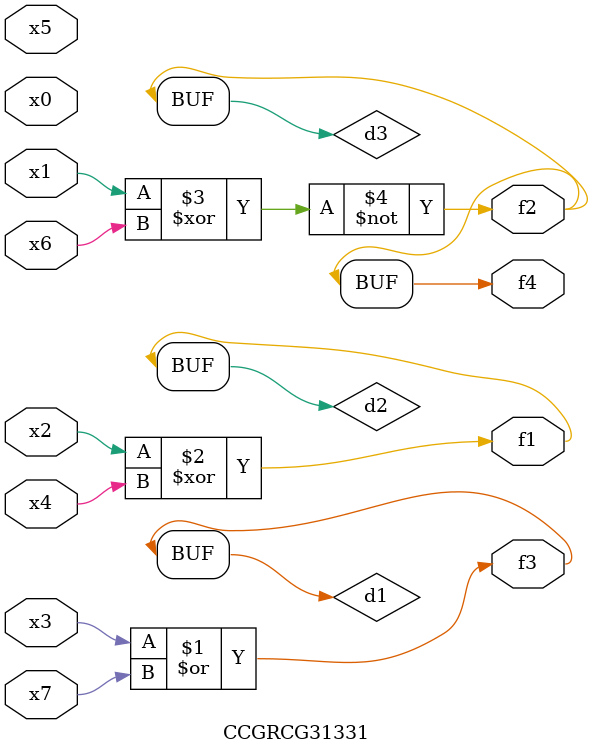
<source format=v>
module CCGRCG31331(
	input x0, x1, x2, x3, x4, x5, x6, x7,
	output f1, f2, f3, f4
);

	wire d1, d2, d3;

	or (d1, x3, x7);
	xor (d2, x2, x4);
	xnor (d3, x1, x6);
	assign f1 = d2;
	assign f2 = d3;
	assign f3 = d1;
	assign f4 = d3;
endmodule

</source>
